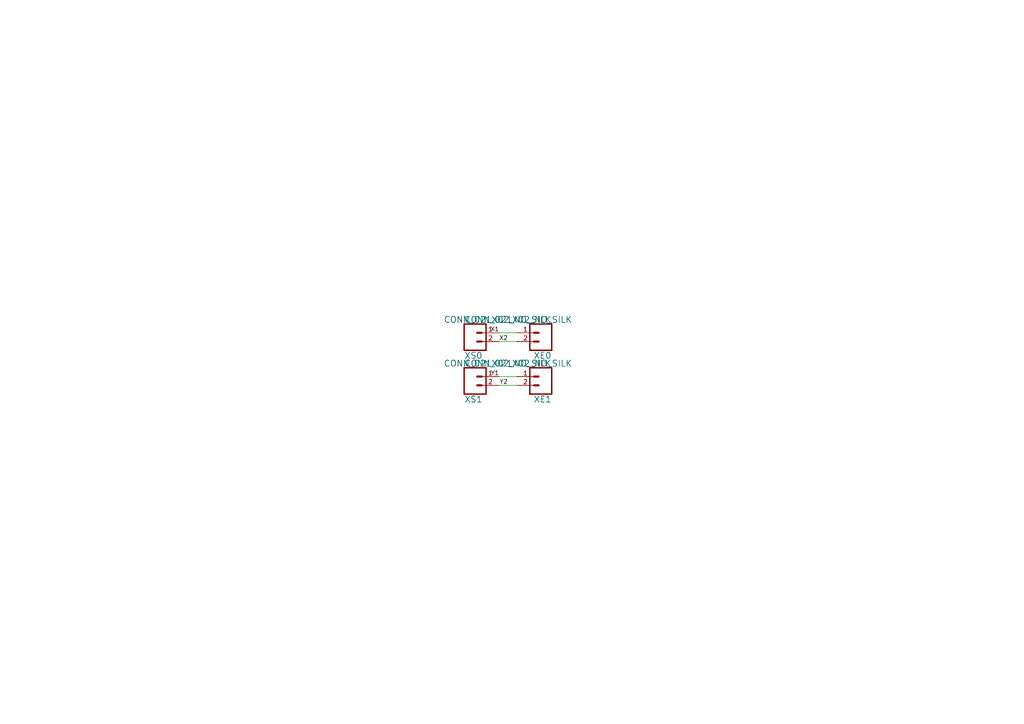
<source format=kicad_sch>
(kicad_sch (version 20211123) (generator eeschema)
  (paper "A4")
  (lib_symbols
    (symbol "mgpcbw02-eagle-import:CONN_021X02_NO_SILK"
      (property "Reference" "J" (at -2.54 5.588 0))
      (property "Value" "CONN_021X02_NO_SILK" (at -2.54 -4.826 0))
      (symbol "CONN_021X02_NO_SILK_1_0"
        (polyline (pts (xy -2.54 5.08) (xy -2.54 -2.54)) (stroke (width 0.4064)))
        (polyline (pts (xy -2.54 5.08) (xy 3.81 5.08)) (stroke (width 0.4064)))
        (polyline (pts (xy 1.27 0) (xy 2.54 0)) (stroke (width 0.6096)))
        (polyline (pts (xy 1.27 2.54) (xy 2.54 2.54)) (stroke (width 0.6096)))
        (polyline (pts (xy 3.81 -2.54) (xy -2.54 -2.54)) (stroke (width 0.4064)))
        (polyline (pts (xy 3.81 -2.54) (xy 3.81 5.08)) (stroke (width 0.4064)))
        (pin passive line (at 7.62 0 180) (length 5.08) (name "1") (number "1"))
        (pin passive line (at 7.62 2.54 180) (length 5.08) (name "2") (number "2"))
      )
    )
  )
  (wire (pts (xy 149.86 99.06) (xy 144.78 99.06)))
  (wire (pts (xy 149.86 109.22) (xy 144.78 109.22)))
  (wire (pts (xy 149.86 111.76) (xy 144.78 111.76)))
  (wire (pts (xy 149.86 96.52) (xy 144.78 96.52)))
  (label "Y2" (at 147.32 111.76 180) (effects (font (size 1.2446 1.2446))))
  (label "X1" (at 144.78 96.52 180) (effects (font (size 1.2446 1.2446))))
  (label "Y1" (at 144.78 109.22 180) (effects (font (size 1.2446 1.2446))))
  (label "X2" (at 147.32 99.06 180) (effects (font (size 1.2446 1.2446))))
  (symbol (lib_id "mgpcbw02-eagle-import:CONN_021X02_NO_SILK") (at 157.48 109.22 180) (unit 1)
    (property "Reference" "XE1" (at 160.02 114.808 0) (effects (font (size 1.778 1.778)) (justify left bottom)))
    (property "Value" "CONN_021X02_NO_SILK" (at 160.02 104.394 0) (effects (font (size 1.778 1.778)) (justify left bottom)))
    (property "Footprint" "mgpcbw02:1X02_NO_SILK" (effects hide))
  )
  (symbol (lib_id "mgpcbw02-eagle-import:CONN_021X02_NO_SILK") (at 137.16 109.22 0) (mirror x) (unit 1)
    (property "Reference" "XS1" (at 134.62 114.808 0) (effects (font (size 1.778 1.778)) (justify left bottom)))
    (property "Value" "CONN_021X02_NO_SILK" (at 134.62 104.394 0) (effects (font (size 1.778 1.778)) (justify left bottom)))
    (property "Footprint" "mgpcbw02:1X02_NO_SILK" (effects hide))
  )
  (symbol (lib_id "mgpcbw02-eagle-import:CONN_021X02_NO_SILK") (at 157.48 96.52 180) (unit 1)
    (property "Reference" "XE0" (at 160.02 102.108 0) (effects (font (size 1.778 1.778)) (justify left bottom)))
    (property "Value" "CONN_021X02_NO_SILK" (at 160.02 91.694 0) (effects (font (size 1.778 1.778)) (justify left bottom)))
    (property "Footprint" "mgpcbw02:1X02_NO_SILK" (effects hide))
  )
  (symbol (lib_id "mgpcbw02-eagle-import:CONN_021X02_NO_SILK") (at 137.16 96.52 0) (mirror x) (unit 1)
    (property "Reference" "XS0" (at 134.62 102.108 0) (effects (font (size 1.778 1.778)) (justify left bottom)))
    (property "Value" "CONN_021X02_NO_SILK" (at 134.62 91.694 0) (effects (font (size 1.778 1.778)) (justify left bottom)))
    (property "Footprint" "mgpcbw02:1X02_NO_SILK" (effects hide))
  )
)
</source>
